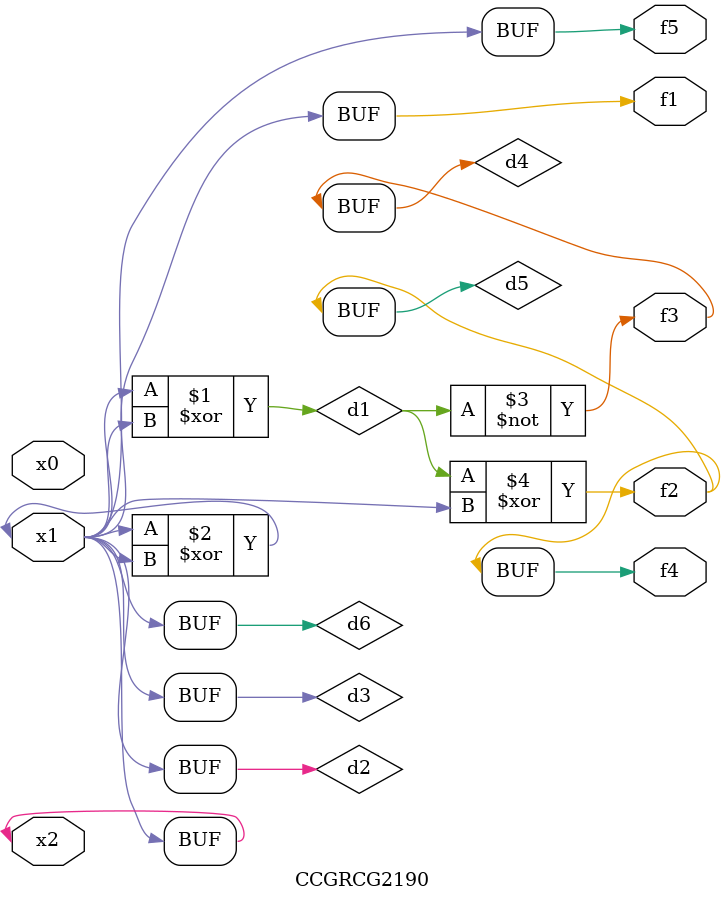
<source format=v>
module CCGRCG2190(
	input x0, x1, x2,
	output f1, f2, f3, f4, f5
);

	wire d1, d2, d3, d4, d5, d6;

	xor (d1, x1, x2);
	buf (d2, x1, x2);
	xor (d3, x1, x2);
	nor (d4, d1);
	xor (d5, d1, d2);
	buf (d6, d2, d3);
	assign f1 = d6;
	assign f2 = d5;
	assign f3 = d4;
	assign f4 = d5;
	assign f5 = d6;
endmodule

</source>
